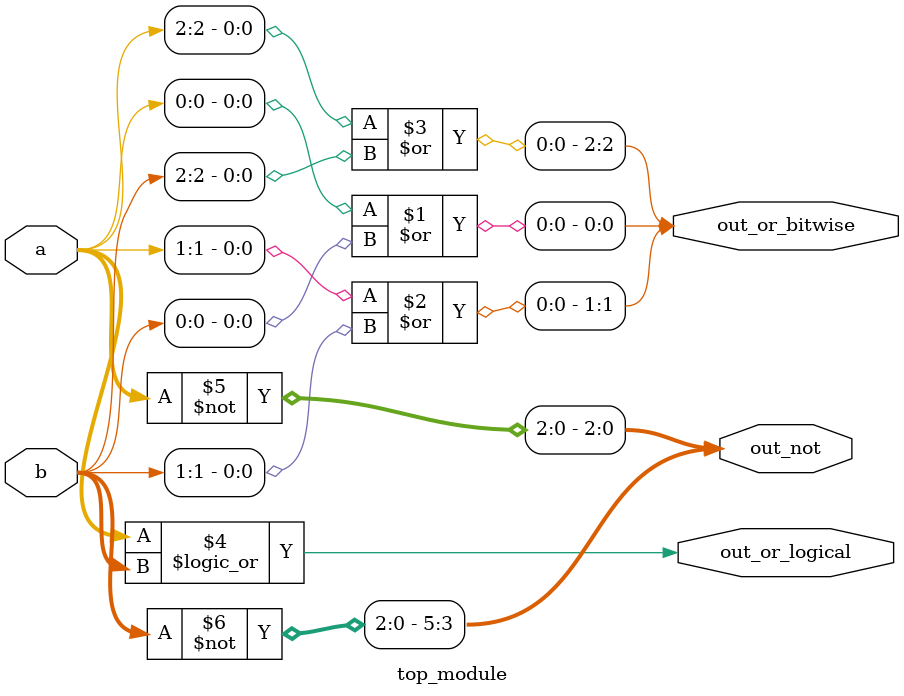
<source format=v>
module top_module( 
    input [2:0] a,
    input [2:0] b,
    output [2:0] out_or_bitwise,
    output out_or_logical,
    output [5:0] out_not
);

    assign out_or_bitwise = { a[2]|b[2], a[1]|b[1], a[0]|b[0] };
    assign out_or_logical = a || b;
    assign out_not = { ~b, ~a };
    
endmodule

</source>
